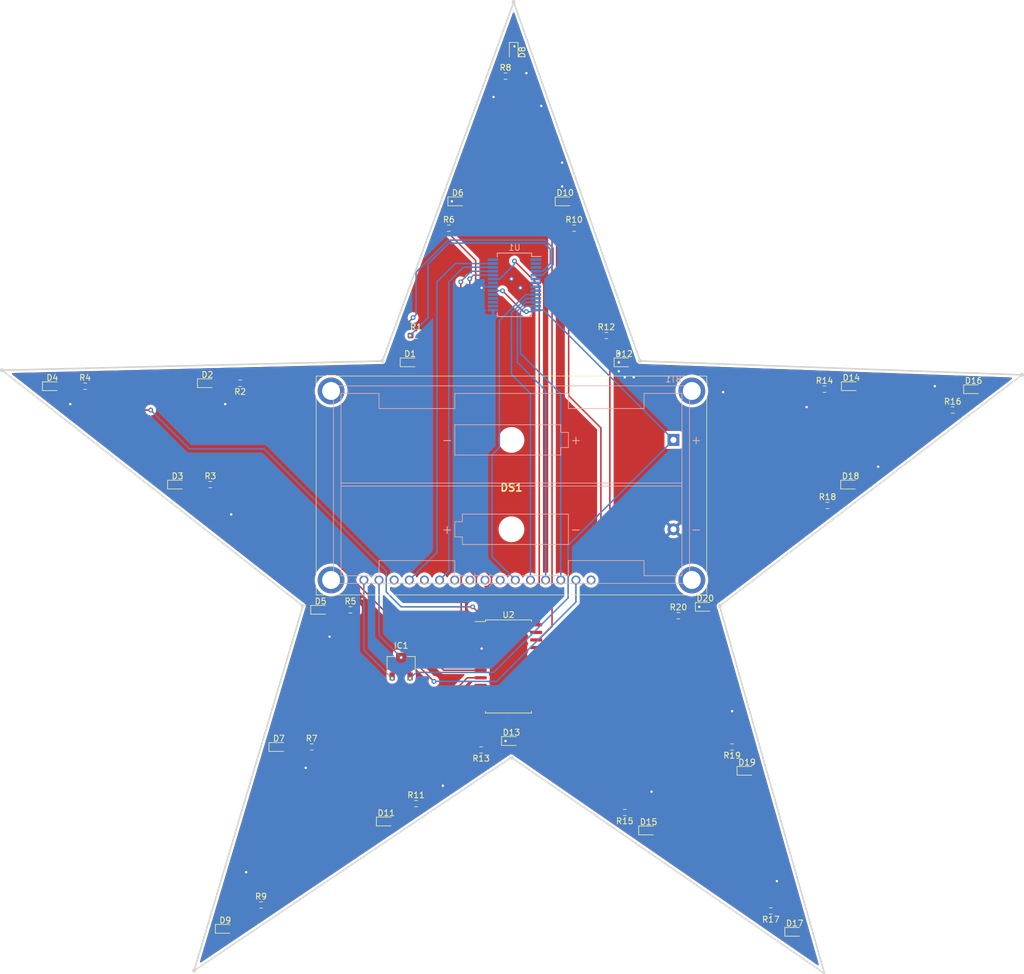
<source format=kicad_pcb>
(kicad_pcb (version 20211014) (generator pcbnew)
  (layers (0 "F.Cu" signal) (31 "B.Cu" signal) (34 "B.Paste" user) (35 "F.Paste" user) (36 "B.SilkS" user "B.Silkscreen") (37 "F.SilkS" user "F.Silkscreen") (38 "B.Mask" user) (39 "F.Mask" user) (44 "Edge.Cuts" user))
  (net 0 "")
  (net 1 "Net-(D1-Pad2)")
  (net 2 "Net-(D2-Pad2)")
  (net 3 "Net-(D3-Pad2)")
  (net 4 "Net-(D4-Pad2)")
  (net 5 "Net-(D5-Pad2)")
  (net 6 "Net-(D6-Pad2)")
  (net 7 "Net-(D7-Pad2)")
  (net 8 "Net-(D8-Pad2)")
  (net 9 "Net-(D9-Pad2)")
  (net 10 "Net-(D10-Pad2)")
  (net 11 "Net-(D11-Pad2)")
  (net 12 "Net-(D12-Pad2)")
  (net 13 "Net-(D13-Pad2)")
  (net 14 "Net-(D14-Pad2)")
  (net 15 "Net-(D15-Pad2)")
  (net 16 "Net-(D16-Pad2)")
  (net 17 "Net-(D17-Pad2)")
  (net 18 "Net-(D18-Pad2)")
  (net 26 "Net-(DS1-Pad1)")
  (net 27 "Net-(DS1-Pad15)")
  (net 29 "Net-(DS1-Pad4)")
  (net 30 "Net-(BT1-Pad1)")
  (net 31 "GND")
  (net 37 "Net-(DS1-Pad6)")
  (net 45 "Net-(DS1-Pad11)")
  (net 46 "Net-(DS1-Pad12)")
  (net 47 "Net-(DS1-Pad13)")
  (net 48 "Net-(R2-Pad1)")
  (net 49 "Net-(R3-Pad2)")
  (net 50 "Net-(R4-Pad1)")
  (net 51 "Net-(R5-Pad2)")
  (net 52 "Net-(R6-Pad1)")
  (net 53 "Net-(R7-Pad2)")
  (net 54 "Net-(R8-Pad1)")
  (net 55 "Net-(R9-Pad2)")
  (net 56 "Net-(R10-Pad1)")
  (net 57 "Net-(R11-Pad2)")
  (net 58 "Net-(R12-Pad1)")
  (net 59 "Net-(R13-Pad2)")
  (net 60 "Net-(R14-Pad1)")
  (net 61 "Net-(R15-Pad2)")
  (net 62 "Net-(R16-Pad1)")
  (net 63 "Net-(R17-Pad2)")
  (net 64 "Net-(R18-Pad1)")
  (net 65 "Net-(DS1-Pad14)")
  (net 70 "Net-(U1-Pad23)")
  (net 71 "Net-(U1-Pad24)")
  (net 72 "Net-(U1-Pad25)")
  (net 73 "Net-(D19-Pad2)")
  (net 74 "Net-(D20-Pad2)")
  (net 75 "Net-(R1-Pad1)")
  (net 76 "Net-(R19-Pad2)")
  (net 77 "Net-(R20-Pad1)")
  (footprint "Resistor_SMD:R_0603_1608Metric_Pad0.98x0.95mm_HandSolder" (layer "F.Cu") (at 170.5 118)
    (fp_text reference "R20")
    (fp_text value "R")
  )
  (footprint "LED_SMD:LED_0603_1608Metric_Pad1.05x0.95mm_HandSolder" (layer "F.Cu") (at 133.5 48.5)
    (fp_text reference "D6")
    (fp_text value "LED")
  )
  (footprint "Package_SO:SOP-24_7.5x15.4mm_P1.27mm" (layer "F.Cu") (at 142 126.5)
    (fp_text reference "U2")
    (fp_text value "IS31FL3218-GR")
  )
  (footprint "Resistor_SMD:R_0603_1608Metric_Pad0.98x0.95mm_HandSolder" (layer "F.Cu") (at 137.4125 140.5 180)
    (fp_text reference "R13")
    (fp_text value "R")
  )
  (footprint "LED_SMD:LED_0603_1608Metric_Pad1.05x0.95mm_HandSolder" (layer "F.Cu") (at 103.5 140)
    (fp_text reference "D7")
    (fp_text value "LED")
  )
  (footprint "LED_SMD:LED_0603_1608Metric_Pad1.05x0.95mm_HandSolder" (layer "F.Cu") (at 65.5 79.5)
    (fp_text reference "D4")
    (fp_text value "LED")
  )
  (footprint "Resistor_SMD:R_0603_1608Metric_Pad0.98x0.95mm_HandSolder" (layer "F.Cu") (at 141.5 27.5)
    (fp_text reference "R8")
    (fp_text value "R")
  )
  (footprint "Resistor_SMD:R_0603_1608Metric_Pad0.98x0.95mm_HandSolder" (layer "F.Cu") (at 179.5 140 180)
    (fp_text reference "R19")
    (fp_text value "R")
  )
  (footprint "LED_SMD:LED_0603_1608Metric_Pad1.05x0.95mm_HandSolder" (layer "F.Cu") (at 190 171)
    (fp_text reference "D17")
    (fp_text value "LED")
  )
  (footprint "Resistor_SMD:R_0603_1608Metric_Pad0.98x0.95mm_HandSolder" (layer "F.Cu") (at 115.5 117)
    (fp_text reference "R5")
    (fp_text value "R")
  )
  (footprint "LED_SMD:LED_0603_1608Metric_Pad1.05x0.95mm_HandSolder" (layer "F.Cu") (at 199.5 79.5)
    (fp_text reference "D14")
    (fp_text value "LED")
  )
  (footprint "LED_SMD:LED_0603_1608Metric_Pad1.05x0.95mm_HandSolder" (layer "F.Cu") (at 110.5 117)
    (fp_text reference "D5")
    (fp_text value "LED")
  )
  (footprint "LED_SMD:LED_0603_1608Metric_Pad1.05x0.95mm_HandSolder" (layer "F.Cu") (at 121.5 152.5)
    (fp_text reference "D11")
    (fp_text value "LED")
  )
  (footprint "LED_SMD:LED_0603_1608Metric_Pad1.05x0.95mm_HandSolder" (layer "F.Cu") (at 125.5 75.5)
    (fp_text reference "D1")
    (fp_text value "LED")
  )
  (footprint "LED_SMD:LED_0603_1608Metric_Pad1.05x0.95mm_HandSolder" (layer "F.Cu") (at 142.5 139)
    (fp_text reference "D13")
    (fp_text value "LED")
  )
  (footprint "LED_SMD:LED_0603_1608Metric_Pad1.05x0.95mm_HandSolder" (layer "F.Cu") (at 199.375 96)
    (fp_text reference "D18")
    (fp_text value "LED")
  )
  (footprint "SamacSys:NHD0216HZFSWFBW33V3C" (layer "F.Cu") (at 117.75 112)
    (fp_text reference "DS1")
    (fp_text value "NHD-0216HZ-FSW-FBW-33V3C" hide)
  )
  (footprint "Resistor_SMD:R_0603_1608Metric_Pad0.98x0.95mm_HandSolder" (layer "F.Cu") (at 186 167.5 180)
    (fp_text reference "R17")
    (fp_text value "R")
  )
  (footprint "Resistor_SMD:R_0603_1608Metric_Pad0.98x0.95mm_HandSolder" (layer "F.Cu") (at 158.4125 71)
    (fp_text reference "R12")
    (fp_text value "R")
  )
  (footprint "LED_SMD:LED_0603_1608Metric_Pad1.05x0.95mm_HandSolder" (layer "F.Cu") (at 91.5 79)
    (fp_text reference "D2")
    (fp_text value "LED")
  )
  (footprint "LED_SMD:LED_0603_1608Metric_Pad1.05x0.95mm_HandSolder" (layer "F.Cu") (at 175 116.5)
    (fp_text reference "D20")
    (fp_text value "LED")
  )
  (footprint "Resistor_SMD:R_0603_1608Metric_Pad0.98x0.95mm_HandSolder" (layer "F.Cu") (at 195.5 99.5)
    (fp_text reference "R18")
    (fp_text value "R")
  )
  (footprint "Resistor_SMD:R_0603_1608Metric_Pad0.98x0.95mm_HandSolder" (layer "F.Cu") (at 153 53)
    (fp_text reference "R10")
    (fp_text value "R")
  )
  (footprint "LED_SMD:LED_0603_1608Metric_Pad1.05x0.95mm_HandSolder" (layer "F.Cu") (at 165.5 154)
    (fp_text reference "D15")
    (fp_text value "LED")
  )
  (footprint "Resistor_SMD:R_0603_1608Metric_Pad0.98x0.95mm_HandSolder" (layer "F.Cu") (at 195 80)
    (fp_text reference "R14")
    (fp_text value "R")
  )
  (footprint "LED_SMD:LED_0603_1608Metric_Pad1.05x0.95mm_HandSolder" (layer "F.Cu") (at 142.875 23.5 -90)
    (fp_text reference "D8")
    (fp_text value "LED")
  )
  (footprint "Resistor_SMD:R_0603_1608Metric_Pad0.98x0.95mm_HandSolder" (layer "F.Cu") (at 92 96)
    (fp_text reference "R3")
    (fp_text value "R")
  )
  (footprint "LED_SMD:LED_0603_1608Metric_Pad1.05x0.95mm_HandSolder" (layer "F.Cu") (at 161.375 75.5)
    (fp_text reference "D12")
    (fp_text value "LED")
  )
  (footprint "Resistor_SMD:R_0603_1608Metric_Pad0.98x0.95mm_HandSolder" (layer "F.Cu") (at 132 53)
    (fp_text reference "R6")
    (fp_text value "R")
  )
  (footprint "Resistor_SMD:R_0603_1608Metric_Pad0.98x0.95mm_HandSolder" (layer "F.Cu") (at 216.5 83.5)
    (fp_text reference "R16")
    (fp_text value "R")
  )
  (footprint "Package_TO_SOT_SMD:SOT-89-3" (layer "F.Cu") (at 124 126.5 90)
    (fp_text reference "IC1")
    (fp_text value "MCP1702T-3302E_CB")
  )
  (footprint "Resistor_SMD:R_0603_1608Metric_Pad0.98x0.95mm_HandSolder" (layer "F.Cu") (at 126.5 149.5)
    (fp_text reference "R11")
    (fp_text value "R")
  )
  (footprint "LED_SMD:LED_0603_1608Metric_Pad1.05x0.95mm_HandSolder" (layer "F.Cu") (at 220 80)
    (fp_text reference "D16")
    (fp_text value "LED")
  )
  (footprint "LED_SMD:LED_0603_1608Metric_Pad1.05x0.95mm_HandSolder" (layer "F.Cu") (at 151.5 48.5)
    (fp_text reference "D10")
    (fp_text value "LED")
  )
  (footprint "Resistor_SMD:R_0603_1608Metric_Pad0.98x0.95mm_HandSolder" (layer "F.Cu") (at 100.5 166.5)
    (fp_text reference "R9")
    (fp_text value "R")
  )
  (footprint "LED_SMD:LED_0603_1608Metric_Pad1.05x0.95mm_HandSolder" (layer "F.Cu") (at 94.5 170.5)
    (fp_text reference "D9")
    (fp_text value "LED")
  )
  (footprint "Resistor_SMD:R_0603_1608Metric_Pad0.98x0.95mm_HandSolder" (layer "F.Cu") (at 109 140)
    (fp_text reference "R7")
    (fp_text value "R")
  )
  (footprint "Resistor_SMD:R_0603_1608Metric_Pad0.98x0.95mm_HandSolder" (layer "F.Cu") (at 97 79 180)
    (fp_text reference "R2")
    (fp_text value "R")
  )
  (footprint "LED_SMD:LED_0603_1608Metric_Pad1.05x0.95mm_HandSolder" (layer "F.Cu") (at 86.5 96)
    (fp_text reference "D3")
    (fp_text value "LED")
  )
  (footprint "Resistor_SMD:R_0603_1608Metric_Pad0.98x0.95mm_HandSolder" (layer "F.Cu") (at 126.5 71)
    (fp_text reference "R1")
    (fp_text value "R")
  )
  (footprint "Resistor_SMD:R_0603_1608Metric_Pad0.98x0.95mm_HandSolder" (layer "F.Cu") (at 161.5 151 180)
    (fp_text reference "R15")
    (fp_text value "R")
  )
  (footprint "LED_SMD:LED_0603_1608Metric_Pad1.05x0.95mm_HandSolder" (layer "F.Cu") (at 182 144)
    (fp_text reference "D19")
    (fp_text value "LED")
  )
  (footprint "Resistor_SMD:R_0603_1608Metric_Pad0.98x0.95mm_HandSolder" (layer "F.Cu") (at 71 79.5)
    (fp_text reference "R4")
    (fp_text value "R")
  )
  (footprint "Package_SO:SSOP-28_5.3x10.2mm_P0.65mm" (layer "B.Cu") (at 143 62.5 180)
    (fp_text reference "U1")
    (fp_text value "ATmega3208-X")
  )
  (footprint "Battery:BatteryHolder_Keystone_2462_2xAA" (layer "B.Cu") (at 169.665 88.505 180)
    (fp_text reference "BT1")
    (fp_text value "Battery")
  )
  (gr_line (start 228.127381 77.598312) (end 177.42215 116.357773) (layer "Edge.Cuts") (width 0.25))
  (gr_line (start 57.061385 76.821381) (end 120.865013 75.268112) (layer "Edge.Cuts") (width 0.25))
  (gr_line (start 120.865013 75.268112) (end 120.865013 75.268112) (layer "Edge.Cuts") (width 0.671638))
  (gr_line (start 89.275406 177.519821) (end 89.275406 177.519821) (layer "Edge.Cuts") (width 0.671638))
  (gr_line (start 120.865013 75.268112) (end 142.876625 15.066483) (layer "Edge.Cuts") (width 0.25))
  (gr_line (start 195 178) (end 142.468796 141.753784) (layer "Edge.Cuts") (width 0.25))
  (gr_line (start 142.876625 15.066483) (end 142.876625 15.066483) (layer "Edge.Cuts") (width 0.671638))
  (gr_line (start 177.42215 116.357773) (end 177.42215 116.357773) (layer "Edge.Cuts") (width 0.671638))
  (gr_line (start 164.070267 75.267349) (end 228.127381 77.598312) (layer "Edge.Cuts") (width 0.25))
  (gr_line (start 107.514565 116.358978) (end 107.514565 116.358978) (layer "Edge.Cuts") (width 0.671638))
  (gr_line (start 89.275406 177.519821) (end 107.514565 116.358978) (layer "Edge.Cuts") (width 0.25))
  (gr_line (start 107.514565 116.358978) (end 57.061385 76.821381) (layer "Edge.Cuts") (width 0.25))
  (gr_line (start 177.42215 116.357773) (end 195 178) (layer "Edge.Cuts") (width 0.25))
  (gr_line (start 228.127381 77.598312) (end 228.127381 77.598312) (layer "Edge.Cuts") (width 0.671638))
  (gr_line (start 142.468796 141.753784) (end 142.468796 141.753784) (layer "Edge.Cuts") (width 0.671638))
  (gr_line (start 57.061385 76.821381) (end 57.061385 76.821381) (layer "Edge.Cuts") (width 0.671638))
  (gr_line (start 164.070267 75.267349) (end 164.070267 75.267349) (layer "Edge.Cuts") (width 0.671638))
  (gr_line (start 142.876625 15.066483) (end 164.070267 75.267349) (layer "Edge.Cuts") (width 0.25))
  (gr_line (start 142.468796 141.753784) (end 89.275406 177.519821) (layer "Edge.Cuts") (width 0.25))
  (via (at 142.5 61.5) (size 0.8) (drill 0.4) (layers "F.Cu" "B.Cu") (net 0))
  (via (at 144 63) (size 0.8) (drill 0.4) (layers "F.Cu" "B.Cu") (net 0))
  (segment (start 127.4125 71) (end 127.4125 72.9625) (width 0.25) (layer "F.Cu") (net 1))
  (segment (start 127.4125 72.9625) (end 126.375 74) (width 0.25) (layer "F.Cu") (net 1))
  (segment (start 126.375 74) (end 126.375 75.5) (width 0.25) (layer "F.Cu") (net 1))
  (segment (start 92.375 79) (end 96.0875 79) (width 0.25) (layer "F.Cu") (net 2))
  (segment (start 91.0875 96) (end 87.375 96) (width 0.25) (layer "F.Cu") (net 3))
  (segment (start 71.1125 78.7) (end 71.9125 79.5) (width 0.25) (layer "F.Cu") (net 4))
  (segment (start 66.375 79.5) (end 67.175 78.7) (width 0.25) (layer "F.Cu") (net 4))
  (segment (start 67.175 78.7) (end 71.1125 78.7) (width 0.25) (layer "F.Cu") (net 4))
  (segment (start 114.5875 117) (end 111.375 117) (width 0.25) (layer "F.Cu") (net 5))
  (segment (start 132.9125 49.9625) (end 134.375 48.5) (width 0.25) (layer "F.Cu") (net 6))
  (segment (start 132.9125 53) (end 132.9125 49.9625) (width 0.25) (layer "F.Cu") (net 6))
  (segment (start 108.0875 140) (end 104.375 140) (width 0.25) (layer "F.Cu") (net 7))
  (segment (start 142.4125 24.8375) (end 142.875 24.375) (width 0.25) (layer "F.Cu") (net 8))
  (segment (start 142.4125 27.5) (end 142.4125 24.8375) (width 0.25) (layer "F.Cu") (net 8))
  (segment (start 99.5875 166.5) (end 95.5875 170.5) (width 0.25) (layer "F.Cu") (net 9))
  (segment (start 95.5875 170.5) (end 95.375 170.5) (width 0.25) (layer "F.Cu") (net 9))
  (segment (start 153.9125 50.0375) (end 152.375 48.5) (width 0.25) (layer "F.Cu") (net 10))
  (segment (start 153.9125 53) (end 153.9125 50.0375) (width 0.25) (layer "F.Cu") (net 10))
  (segment (start 125.5875 149.5) (end 125.375 149.5) (width 0.25) (layer "F.Cu") (net 11))
  (segment (start 125.375 149.5) (end 122.375 152.5) (width 0.25) (layer "F.Cu") (net 11))
  (segment (start 159.325 71) (end 162.25 73.925) (width 0.25) (layer "F.Cu") (net 12))
  (segment (start 162.25 73.925) (end 162.25 75.5) (width 0.25) (layer "F.Cu") (net 12))
  (segment (start 138.325 140.5) (end 141.875 140.5) (width 0.25) (layer "F.Cu") (net 13))
  (segment (start 141.875 140.5) (end 143.375 139) (width 0.25) (layer "F.Cu") (net 13))
  (segment (start 196.2125 80.3) (end 199.575 80.3) (width 0.25) (layer "F.Cu") (net 14))
  (segment (start 199.575 80.3) (end 200.375 79.5) (width 0.25) (layer "F.Cu") (net 14))
  (segment (start 195.9125 80) (end 196.2125 80.3) (width 0.25) (layer "F.Cu") (net 14))
  (segment (start 163.375 151) (end 166.375 154) (width 0.25) (layer "F.Cu") (net 15))
  (segment (start 162.4125 151) (end 163.375 151) (width 0.25) (layer "F.Cu") (net 15))
  (segment (start 220.875 80.0375) (end 220.875 80) (width 0.25) (layer "F.Cu") (net 16))
  (segment (start 217.4125 83.5) (end 220.875 80.0375) (width 0.25) (layer "F.Cu") (net 16))
  (segment (start 187.375 167.5) (end 190.875 171) (width 0.25) (layer "F.Cu") (net 17))
  (segment (start 186.9125 167.5) (end 187.375 167.5) (width 0.25) (layer "F.Cu") (net 17))
  (segment (start 196.4125 99.5) (end 196.75 99.5) (width 0.25) (layer "F.Cu") (net 18))
  (segment (start 196.75 99.5) (end 200.25 96) (width 0.25) (layer "F.Cu") (net 18))
  (via (at 122.5 128.5) (size 0.8) (drill 0.4) (layers "F.Cu" "B.Cu") (net 26))
  (segment (start 117.75 123.75) (end 117.75 112) (width 0.25) (layer "B.Cu") (net 26))
  (segment (start 122.5 128.5) (end 117.75 123.75) (width 0.25) (layer "B.Cu") (net 26))
  (segment (start 124 125) (end 125.5 125) (width 0.25) (layer "F.Cu") (net 27))
  (segment (start 125.5 125) (end 129.5 129) (width 0.25) (layer "F.Cu") (net 27))
  (via (at 129.5 129) (size 0.8) (drill 0.4) (layers "F.Cu" "B.Cu") (net 27))
  (via (at 124 125) (size 0.8) (drill 0.4) (layers "F.Cu" "B.Cu") (net 27))
  (segment (start 124 125) (end 120.29 121.29) (width 0.25) (layer "B.Cu") (net 27))
  (segment (start 140 129) (end 153.31 115.69) (width 0.25) (layer "B.Cu") (net 27))
  (segment (start 153.31 115.69) (end 153.31 112) (width 0.25) (layer "B.Cu") (net 27))
  (segment (start 120.29 121.29) (end 120.29 112) (width 0.25) (layer "B.Cu") (net 27))
  (segment (start 129.5 129) (end 140 129) (width 0.25) (layer "B.Cu") (net 27))
  (segment (start 139.4 58.925) (end 133.075 58.925) (width 0.25) (layer "B.Cu") (net 29))
  (segment (start 133.075 58.925) (end 130 62) (width 0.25) (layer "B.Cu") (net 29))
  (segment (start 130 107.37) (end 125.37 112) (width 0.25) (layer "B.Cu") (net 29))
  (segment (start 130 62) (end 130 107.37) (width 0.25) (layer "B.Cu") (net 29))
  (segment (start 144.5 67) (end 145 67) (width 0.25) (layer "F.Cu") (net 30))
  (segment (start 141 63.5) (end 144.5 67) (width 0.25) (layer "F.Cu") (net 30))
  (via (at 125.5 128.5) (size 0.8) (drill 0.4) (layers "F.Cu" "B.Cu") (net 30))
  (via (at 141 63.5) (size 0.8) (drill 0.4) (layers "F.Cu" "B.Cu") (net 30))
  (via (at 145 67) (size 0.8) (drill 0.4) (layers "F.Cu" "B.Cu") (net 30))
  (segment (start 152 106.17) (end 169.665 88.505) (width 0.25) (layer "B.Cu") (net 30))
  (segment (start 147.885 66.725) (end 169.665 88.505) (width 0.25) (layer "B.Cu") (net 30))
  (segment (start 146.6 66.725) (end 147.885 66.725) (width 0.25) (layer "B.Cu") (net 30))
  (segment (start 140.975 63.475) (end 141 63.5) (width 0.25) (layer "B.Cu") (net 30))
  (segment (start 139.4 63.475) (end 140.975 63.475) (width 0.25) (layer "B.Cu") (net 30))
  (segment (start 125.5 128.5) (end 126.5 127.5) (width 0.25) (layer "B.Cu") (net 30))
  (segment (start 126.5 127.5) (end 139.5 127.5) (width 0.25) (layer "B.Cu") (net 30))
  (segment (start 146.325 67) (end 146.6 66.725) (width 0.25) (layer "B.Cu") (net 30))
  (segment (start 145 67) (end 146.325 67) (width 0.25) (layer "B.Cu") (net 30))
  (segment (start 139.5 127.5) (end 152 115) (width 0.25) (layer "B.Cu") (net 30))
  (segment (start 152 115) (end 152 106.17) (width 0.25) (layer "B.Cu") (net 30))
  (via (at 151 46) (size 0.8) (drill 0.4) (layers "F.Cu" "B.Cu") (net 31))
  (via (at 137.5 123.5) (size 0.8) (drill 0.4) (layers "F.Cu" "B.Cu") (net 31))
  (via (at 132.5 48.5) (size 0.8) (drill 0.4) (layers "F.Cu" "B.Cu") (net 31))
  (via (at 145 27) (size 0.8) (drill 0.4) (layers "F.Cu" "B.Cu") (net 31))
  (via (at 174 116.5) (size 0.8) (drill 0.4) (layers "F.Cu" "B.Cu") (net 31))
  (via (at 160.5 75.5) (size 0.8) (drill 0.4) (layers "F.Cu" "B.Cu") (net 31))
  (via (at 161.5 78) (size 0.8) (drill 0.4) (layers "F.Cu" "B.Cu") (net 31))
  (via (at 163 78) (size 0.8) (drill 0.4) (layers "F.Cu" "B.Cu") (net 31))
  (via (at 204 93) (size 0.8) (drill 0.4) (layers "F.Cu" "B.Cu") (net 31))
  (via (at 131 146.5) (size 0.8) (drill 0.4) (layers "F.Cu" "B.Cu") (net 31))
  (via (at 178 80.5) (size 0.8) (drill 0.4) (layers "F.Cu" "B.Cu") (net 31))
  (via (at 187 162.5) (size 0.8) (drill 0.4) (layers "F.Cu" "B.Cu") (net 31))
  (via (at 98 161) (size 0.8) (drill 0.4) (layers "F.Cu" "B.Cu") (net 31))
  (via (at 139.5 31) (size 0.8) (drill 0.4) (layers "F.Cu" "B.Cu") (net 31))
  (via (at 112 121.5) (size 0.8) (drill 0.4) (layers "F.Cu" "B.Cu") (net 31))
  (via (at 95.5 101) (size 0.8) (drill 0.4) (layers "F.Cu" "B.Cu") (net 31))
  (via (at 141.5 139) (size 0.8) (drill 0.4) (layers "F.Cu" "B.Cu") (net 31))
  (via (at 213.5 79.5) (size 0.8) (drill 0.4) (layers "F.Cu" "B.Cu") (net 31))
  (via (at 160.5 77) (size 0.8) (drill 0.4) (layers "F.Cu" "B.Cu") (net 31))
  (via (at 160.5 74) (size 0.8) (drill 0.4) (layers "F.Cu" "B.Cu") (net 31))
  (via (at 94.5 82.5) (size 0.8) (drill 0.4) (layers "F.Cu" "B.Cu") (net 31))
  (via (at 68.5 82.5) (size 0.8) (drill 0.4) (layers "F.Cu" "B.Cu") (net 31))
  (via (at 179.5 134) (size 0.8) (drill 0.4) (layers "F.Cu" "B.Cu") (net 31))
  (via (at 192 83) (size 0.8) (drill 0.4) (layers "F.Cu" "B.Cu") (net 31))
  (via (at 147.5 32.5) (size 0.8) (drill 0.4) (layers "F.Cu" "B.Cu") (net 31))
  (via (at 151 42) (size 0.8) (drill 0.4) (layers "F.Cu" "B.Cu") (net 31))
  (via (at 108 143.5) (size 0.8) (drill 0.4) (layers "F.Cu" "B.Cu") (net 31))
  (via (at 143 22.5) (size 0.8) (drill 0.4) (layers "F.Cu" "B.Cu") (net 31))
  (via (at 166 147.5) (size 0.8) (drill 0.4) (layers "F.Cu" "B.Cu") (net 31))
  (via (at 137.5 63) (size 0.8) (drill 0.4) (layers "F.Cu" "B.Cu") (net 31))
  (segment (start 139.4 62.825) (end 137.675 62.825) (width 0.25) (layer "B.Cu") (net 31))
  (segment (start 137.675 62.825) (end 137.5 63) (width 0.25) (layer "B.Cu") (net 31))
  (segment (start 134.45 59.55) (end 132 62) (width 0.25) (layer "B.Cu") (net 37))
  (segment (start 132 62) (end 132 110.45) (width 0.25) (layer "B.Cu") (net 37))
  (segment (start 139.375 59.55) (end 134.45 59.55) (width 0.25) (layer "B.Cu") (net 37))
  (segment (start 139.4 59.575) (end 139.375 59.55) (width 0.25) (layer "B.Cu") (net 37))
  (segment (start 132 110.45) (end 130.45 112) (width 0.25) (layer "B.Cu") (net 37))
  (segment (start 139.254541 108.104541) (end 139.254541 90.987108) (width 0.25) (layer "B.Cu") (net 45))
  (segment (start 140.474999 89.76665) (end 140.474999 68.525001) (width 0.25) (layer "B.Cu") (net 45))
  (segment (start 143.15 112) (end 139.254541 108.104541) (width 0.25) (layer "B.Cu") (net 45))
  (segment (start 144.875 64.125) (end 146.6 64.125) (width 0.25) (layer "B.Cu") (net 45))
  (segment (start 139.254541 90.987108) (end 140.474999 89.76665) (width 0.25) (layer "B.Cu") (net 45))
  (segment (start 140.474999 68.525001) (end 144.875 64.125) (width 0.25) (layer "B.Cu") (net 45))
  (segment (start 145.69 112) (end 145.69 80.69) (width 0.25) (layer "B.Cu") (net 46))
  (segment (start 142.5 67.201903) (end 142.5 70) (width 0.25) (layer "B.Cu") (net 46))
  (segment (start 145.69 80.69) (end 142.5 77.5) (width 0.25) (layer "B.Cu") (net 46))
  (segment (start 142.5 77.5) (end 142.5 70) (width 0.25) (layer "B.Cu") (net 46))
  (segment (start 144.926903 64.775) (end 142.5 67.201903) (width 0.25) (layer "B.Cu") (net 46))
  (segment (start 146.6 64.775) (end 144.926903 64.775) (width 0.25) (layer "B.Cu") (net 46))
  (segment (start 142.5 70) (end 142.5 71.5) (width 0.25) (layer "B.Cu") (net 46))
  (segment (start 144.913299 65.425) (end 146.6 65.425) (width 0.25) (layer "B.Cu") (net 47))
  (segment (start 143.5 66.838299) (end 144.913299 65.425) (width 0.25) (layer "B.Cu") (net 47))
  (segment (start 148.23 80.23) (end 143.5 75.5) (width 0.25) (layer "B.Cu") (net 47))
  (segment (start 143.5 75.5) (end 143.5 66.838299) (width 0.25) (layer "B.Cu") (net 47))
  (segment (start 148.23 112) (end 148.23 80.23) (width 0.25) (layer "B.Cu") (net 47))
  (segment (start 124 70) (end 124 74) (width 0.25) (layer "F.Cu") (net 48))
  (segment (start 120.5 77.5) (end 99.4125 77.5) (width 0.25) (layer "F.Cu") (net 48))
  (segment (start 124 74) (end 120.5 77.5) (width 0.25) (layer "F.Cu") (net 48))
  (segment (start 126 68) (end 124 70) (width 0.25) (layer "F.Cu") (net 48))
  (segment (start 99.4125 77.5) (end 97.9125 79) (width 0.25) (layer "F.Cu") (net 48))
  (via (at 126 68) (size 0.8) (drill 0.4) (layers "F.Cu" "B.Cu") (net 48))
  (segment (start 126.5 60.363604) (end 126.5 67.5) (width 0.25) (layer "B.Cu") (net 48))
  (segment (start 148.136396 55) (end 131.863604 55) (width 0.25) (layer "B.Cu") (net 48))
  (segment (start 149.5 56.363604) (end 148.136396 55) (width 0.25) (layer "B.Cu") (net 48))
  (segment (start 149.5 59.1) (end 149.5 56.363604) (width 0.25) (layer "B.Cu") (net 48))
  (segment (start 147.725 60.875) (end 149.5 59.1) (width 0.25) (layer "B.Cu") (net 48))
  (segment (start 126.5 67.5) (end 126 68) (width 0.25) (layer "B.Cu") (net 48))
  (segment (start 131.863604 55) (end 126.5 60.363604) (width 0.25) (layer "B.Cu") (net 48))
  (segment (start 146.6 60.875) (end 147.725 60.875) (width 0.25) (layer "B.Cu") (net 48))
  (segment (start 100 96) (end 92.9125 96) (width 0.25) (layer "F.Cu") (net 49))
  (segment (start 137.35 127.135) (end 131.135 127.135) (width 0.25) (layer "F.Cu") (net 49))
  (segment (start 131.135 127.135) (end 100 96) (width 0.25) (layer "F.Cu") (net 49))
  (segment (start 74.0875 83.5) (end 70.0875 79.5) (width 0.25) (layer "F.Cu") (net 50))
  (segment (start 137.35 119.515) (end 137.35 117.85) (width 0.25) (layer "F.Cu") (net 50))
  (segment (start 82 83.5) (end 74.0875 83.5) (width 0.25) (layer "F.Cu") (net 50))
  (segment (start 137.35 117.85) (end 136 116.5) (width 0.25) (layer "F.Cu") (net 50))
  (via (at 82 83.5) (size 0.8) (drill 0.4) (layers "F.Cu" "B.Cu") (net 50))
  (via (at 136 116.5) (size 0.8) (drill 0.4) (layers "F.Cu" "B.Cu") (net 50))
  (segment (start 88.5 90) (end 82 83.5) (width 0.25) (layer "B.Cu") (net 50))
  (segment (start 101 90) (end 88.5 90) (width 0.25) (layer "B.Cu") (net 50))
  (segment (start 136 116.5) (end 124 116.5) (width 0.25) (layer "B.Cu") (net 50))
  (segment (start 121.5 110.5) (end 101 90) (width 0.25) (layer "B.Cu") (net 50))
  (segment (start 121.5 114) (end 121.5 110.5) (width 0.25) (layer "B.Cu") (net 50))
  (segment (start 124 116.5) (end 121.5 114) (width 0.25) (layer "B.Cu") (net 50))
  (segment (start 116 117.4125) (end 116.4125 117) (width 0.25) (layer "F.Cu") (net 51))
  (segment (start 137.35 128.405) (end 135.095 128.405) (width 0.25) (layer "F.Cu") (net 51))
  (segment (start 128.5 135) (end 122 135) (width 0.25) (layer "F.Cu") (net 51))
  (segment (start 116 129) (end 116 117.4125) (width 0.25) (layer "F.Cu") (net 51))
  (segment (start 135.095 128.405) (end 128.5 135) (width 0.25) (layer "F.Cu") (net 51))
  (segment (start 122 135) (end 116 129) (width 0.25) (layer "F.Cu") (net 51))
  (segment (start 139.145 112.44528) (end 139.145 111.55472) (width 0.25) (layer "F.Cu") (net 52))
  (segment (start 146.65 120.785) (end 145.785 120.785) (width 0.25) (layer "F.Cu") (net 52))
  (segment (start 145.785 120.785) (end 138.075 113.075) (width 0.25) (layer "F.Cu") (net 52))
  (segment (start 138.51528 113.075) (end 139.145 112.44528) (width 0.25) (layer "F.Cu") (net 52))
  (segment (start 136.5 58.4125) (end 131.0875 53) (width 0.25) (layer "F.Cu") (net 52))
  (segment (start 138.075 113.075) (end 138.51528 113.075) (width 0.25) (layer "F.Cu") (net 52))
  (segment (start 139.145 111.55472) (end 136.5 108.90972) (width 0.25) (layer "F.Cu") (net 52))
  (segment (start 136.5 108.90972) (end 136.5 58.4125) (width 0.25) (layer "F.Cu") (net 52))
  (segment (start 137.35 129.675) (end 136.325 129.675) (width 0.25) (layer "F.Cu") (net 53))
  (segment (start 126 140) (end 109.9125 140) (width 0.25) (layer "F.Cu") (net 53))
  (segment (start 136.325 129.675) (end 126 140) (width 0.25) (layer "F.Cu") (net 53))
  (segment (start 147.034074 122.055) (end 149.305 119.784074) (width 0.25) (layer "F.Cu") (net 54))
  (segment (start 149.305 119.784074) (end 149.305 36.2175) (width 0.25) (layer "F.Cu") (net 54))
  (segment (start 149.305 36.2175) (end 140.5875 27.5) (width 0.25) (layer "F.Cu") (net 54))
  (segment (start 146.65 122.055) (end 147.034074 122.055) (width 0.25) (layer "F.Cu") (net 54))
  (segment (start 136.965926 130.945) (end 101.4125 166.498426) (width 0.25) (layer "F.Cu") (net 55))
  (segment (start 101.4125 166.498426) (end 101.4125 166.5) (width 0.25) (layer "F.Cu") (net 55))
  (segment (start 137.35 130.945) (end 136.965926 130.945) (width 0.25) (layer "F.Cu") (net 55))
  (segment (start 157.5 86.5) (end 152.0875 81.0875) (width 0.25) (layer "F.Cu") (net 56))
  (segment (start 148.175 123.325) (end 157.5 114) (width 0.25) (layer "F.Cu") (net 56))
  (segment (start 152.0875 81.0875) (end 152.0875 53) (width 0.25) (layer "F.Cu") (net 56))
  (segment (start 157.5 114) (end 157.5 86.5) (width 0.25) (layer "F.Cu") (net 56))
  (segment (start 146.65 123.325) (end 148.175 123.325) (width 0.25) (layer "F.Cu") (net 56))
  (segment (start 136.965926 132.215) (end 127.4125 141.768426) (width 0.25) (layer "F.Cu") (net 57))
  (segment (start 127.4125 141.768426) (end 127.4125 149.5) (width 0.25) (layer "F.Cu") (net 57))
  (segment (start 137.35 132.215) (end 136.965926 132.215) (width 0.25) (layer "F.Cu") (net 57))
  (segment (start 148.405 124.595) (end 159 114) (width 0.25) (layer "F.Cu") (net 58))
  (segment (start 159 114) (end 159 72.5) (width 0.25) (layer "F.Cu") (net 58))
  (segment (start 159 72.5) (end 157.5 71) (width 0.25) (layer "F.Cu") (net 58))
  (segment (start 146.65 124.595) (end 148.405 124.595) (width 0.25) (layer "F.Cu") (net 58))
  (segment (start 137.35 133.485) (end 137.35 139.65) (width 0.25) (layer "F.Cu") (net 59))
  (segment (start 137.35 139.65) (end 136.5 140.5) (width 0.25) (layer "F.Cu") (net 59))
  (segment (start 188 80) (end 194.0875 80) (width 0.25) (layer "F.Cu") (net 60))
  (segment (start 149.135 125.865) (end 166 109) (width 0.25) (layer "F.Cu") (net 60))
  (segment (start 166 102) (end 188 80) (width 0.25) (layer "F.Cu") (net 60))
  (segment (start 166 109) (end 166 102) (width 0.25) (layer "F.Cu") (net 60))
  (segment (start 146.65 125.865) (end 149.135 125.865) (width 0.25) (layer "F.Cu") (net 60))
  (segment (start 146.65 137.0625) (end 160.5875 151) (width 0.25) (layer "F.Cu") (net 61))
  (segment (start 146.65 133.485) (end 146.65 137.0625) (width 0.25) (layer "F.Cu") (net 61))
  (segment (start 184.5 106.5) (end 207.5 83.5) (width 0.25) (layer "F.Cu") (net 62))
  (segment (start 146.65 127.135) (end 149.865 127.135) (width 0.25) (layer "F.Cu") (net 62))
  (segment (start 170.5 106.5) (end 184.5 106.5) (width 0.25) (layer "F.Cu") (net 62))
  (segment (start 149.865 127.135) (end 170.5 106.5) (width 0.25) (layer "F.Cu") (net 62))
  (segment (start 207.5 83.5) (end 215.5875 83.5) (width 0.25) (layer "F.Cu") (net 62))
  (segment (start 146.65 132.215) (end 147.034074 132.215) (width 0.25) (layer "F.Cu") (net 63))
  (segment (start 182.319074 167.5) (end 185.0875 167.5) (width 0.25) (layer "F.Cu") (net 63))
  (segment (start 147.034074 132.215) (end 182.319074 167.5) (width 0.25) (layer "F.Cu") (net 63))
  (segment (start 171 108) (end 186.0875 108) (width 0.25) (layer "F.Cu") (net 64))
  (segment (start 150.595 128.405) (end 171 108) (width 0.25) (layer "F.Cu") (net 64))
  (segment (start 146.65 128.405) (end 150.595 128.405) (width 0.25) (layer "F.Cu") (net 64))
  (segment (start 186.0875 108) (end 194.5875 99.5) (width 0.25) (layer "F.Cu") (net 64))
  (segment (start 146.6 66.075) (end 144.899695 66.075) (width 0.25) (layer "B.Cu") (net 65))
  (segment (start 150.77 80.77) (end 144 74) (width 0.25) (layer "B.Cu") (net 65))
  (segment (start 144.899695 66.075) (end 144 66.974695) (width 0.25) (layer "B.Cu") (net 65))
  (segment (start 150.77 112) (end 150.77 80.77) (width 0.25) (layer "B.Cu") (net 65))
  (segment (start 144 66.974695) (end 144 74) (width 0.25) (layer "B.Cu") (net 65))
  (segment (start 147.155 119.01) (end 147.155 62.655) (width 0.25) (layer "F.Cu") (net 70))
  (segment (start 146.65 119.515) (end 147.155 119.01) (width 0.25) (layer "F.Cu") (net 70))
  (segment (start 147.155 62.655) (end 143 58.5) (width 0.25) (layer "F.Cu") (net 70))
  (via (at 143 58.5) (size 0.8) (drill 0.4) (layers "F.Cu" "B.Cu") (net 70))
  (segment (start 143 58.5) (end 143 59.05) (width 0.25) (layer "B.Cu") (net 70))
  (segment (start 143 59.05) (end 140.525 61.525) (width 0.25) (layer "B.Cu") (net 70))
  (segment (start 140.525 61.525) (end 139.4 61.525) (width 0.25) (layer "B.Cu") (net 70))
  (segment (start 140 117.5) (end 140 123.599074) (width 0.25) (layer "F.Cu") (net 71))
  (segment (start 140 123.599074) (end 137.734074 125.865) (width 0.25) (layer "F.Cu") (net 71))
  (segment (start 137.734074 125.865) (end 137.35 125.865) (width 0.25) (layer "F.Cu") (net 71))
  (segment (start 136.605 111.55472) (end 136.605 114.105) (width 0.25) (layer "F.Cu") (net 71))
  (segment (start 135 109.94972) (end 136.605 111.55472) (width 0.25) (layer "F.Cu") (net 71))
  (segment (start 136.605 114.105) (end 140 117.5) (width 0.25) (layer "F.Cu") (net 71))
  (segment (start 135.5 63) (end 135 63.5) (width 0.25) (layer "F.Cu") (net 71))
  (segment (start 135.5 61.5) (end 135.5 63) (width 0.25) (layer "F.Cu") (net 71))
  (segment (start 135 63.5) (end 135 109.94972) (width 0.25) (layer "F.Cu") (net 71))
  (via (at 135.5 61.5) (size 0.8) (drill 0.4) (layers "F.Cu" "B.Cu") (net 71))
  (segment (start 135.5 61.5) (end 136.125 60.875) (width 0.25) (layer "B.Cu") (net 71))
  (segment (start 136.125 60.875) (end 139.4 60.875) (width 0.25) (layer "B.Cu") (net 71))
  (segment (start 134.065 71.565) (end 134.065 121.694074) (width 0.25) (layer "F.Cu") (net 72))
  (segment (start 134 71.5) (end 134.065 71.565) (width 0.25) (layer "F.Cu") (net 72))
  (segment (start 134.065 121.694074) (end 136.965926 124.595) (width 0.25) (layer "F.Cu") (net 72))
  (segment (start 136.965926 124.595) (end 137.35 124.595) (width 0.25) (layer "F.Cu") (net 72))
  (segment (start 134 62) (end 134 71.5) (width 0.25) (layer "F.Cu") (net 72))
  (via (at 134 62) (size 0.8) (drill 0.4) (layers "F.Cu" "B.Cu") (net 72))
  (segment (start 135.749695 60.225) (end 139.4 60.225) (width 0.25) (layer "B.Cu") (net 72))
  (segment (start 134 61.974695) (end 135.749695 60.225) (width 0.25) (layer "B.Cu") (net 72))
  (segment (start 134 62) (end 134 61.974695) (width 0.25) (layer "B.Cu") (net 72))
  (segment (start 180.4125 140) (end 180.4125 141.5375) (width 0.25) (layer "F.Cu") (net 73))
  (segment (start 180.4125 141.5375) (end 182.875 144) (width 0.25) (layer "F.Cu") (net 73))
  (segment (start 171.4125 118) (end 174.375 118) (width 0.25) (layer "F.Cu") (net 74))
  (segment (start 174.375 118) (end 175.875 116.5) (width 0.25) (layer "F.Cu") (net 74))
  (via (at 125.5 71) (size 0.8) (drill 0.4) (layers "F.Cu" "B.Cu") (net 75))
  (segment (start 128.5 59) (end 128.5 68) (width 0.25) (layer "B.Cu") (net 75))
  (segment (start 146.6 60.225) (end 147.725 60.225) (width 0.25) (layer "B.Cu") (net 75))
  (segment (start 132 55.5) (end 128.5 59) (width 0.25) (layer "B.Cu") (net 75))
  (segment (start 148 55.5) (end 132 55.5) (width 0.25) (layer "B.Cu") (net 75))
  (segment (start 147.725 60.225) (end 149 58.95) (width 0.25) (layer "B.Cu") (net 75))
  (segment (start 149 58.95) (end 149 56.5) (width 0.25) (layer "B.Cu") (net 75))
  (segment (start 149 56.5) (end 148 55.5) (width 0.25) (layer "B.Cu") (net 75))
  (segment (start 128.5 68) (end 125.5 71) (width 0.25) (layer "B.Cu") (net 75))
  (segment (start 146.65 130.945) (end 169.5325 130.945) (width 0.25) (layer "F.Cu") (net 76))
  (segment (start 169.5325 130.945) (end 178.5875 140) (width 0.25) (layer "F.Cu") (net 76))
  (segment (start 157.9125 129.675) (end 169.5875 118) (width 0.25) (layer "F.Cu") (net 77))
  (segment (start 146.65 129.675) (end 157.9125 129.675) (width 0.25) (layer "F.Cu") (net 77))
  (zone (net 31) (net_name "GND") (layer "F.Cu") (connect_pads (clearance 0.508)) (min_thickness 0.254) (fill yes (thermal_gap 0.508) (thermal_bridge_width 0.508))
    (polygon (pts (xy 163.5 75.5) (xy 227.5 78) (xy 177 116) (xy 194.5 177.5) (xy 142.5 141.5) (xy 89.5 177.5) (xy 107.5 116.5) (xy 57.5 77) (xy 121 75.5) (xy 143 15.5)))
  )
  (zone (net 31) (net_name "GND") (layer "B.Cu") (connect_pads (clearance 0.508)) (min_thickness 0.254) (fill yes (thermal_gap 0.508) (thermal_bridge_width 0.508))
    (polygon (pts (xy 163.5 75.5) (xy 227.5 78) (xy 177 116) (xy 194.5 177.5) (xy 142.5 141.5) (xy 89.5 177.5) (xy 107.5 116.5) (xy 57.5 77) (xy 121 75.5) (xy 143 15.5)))
  )
)
</source>
